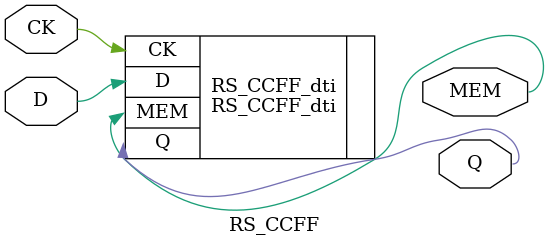
<source format=v>
`timescale 1ns/1ps

module RS_CCFF (
  Q,      // Q output for shift chain
  CK,     // Clock Input
  D,      // Data Input
  MEM    // connected to the datapath
);

input D;
input CK;
output Q;
output MEM;

    `ifdef TSMC 
    RS_CCFF_tsmc RS_CCFF_tsmc(	.Q		(Q		),      
  					            .CK		(CK		),     
  					            .D		(D		),      
  					            .MEM	(MEM	));
    `else
    RS_CCFF_dti RS_CCFF_dti(	.Q		(Q		),      
  					            .CK		(CK		),     
  					            .D		(D		),      
  					            .MEM	(MEM	));
    `endif

endmodule

</source>
